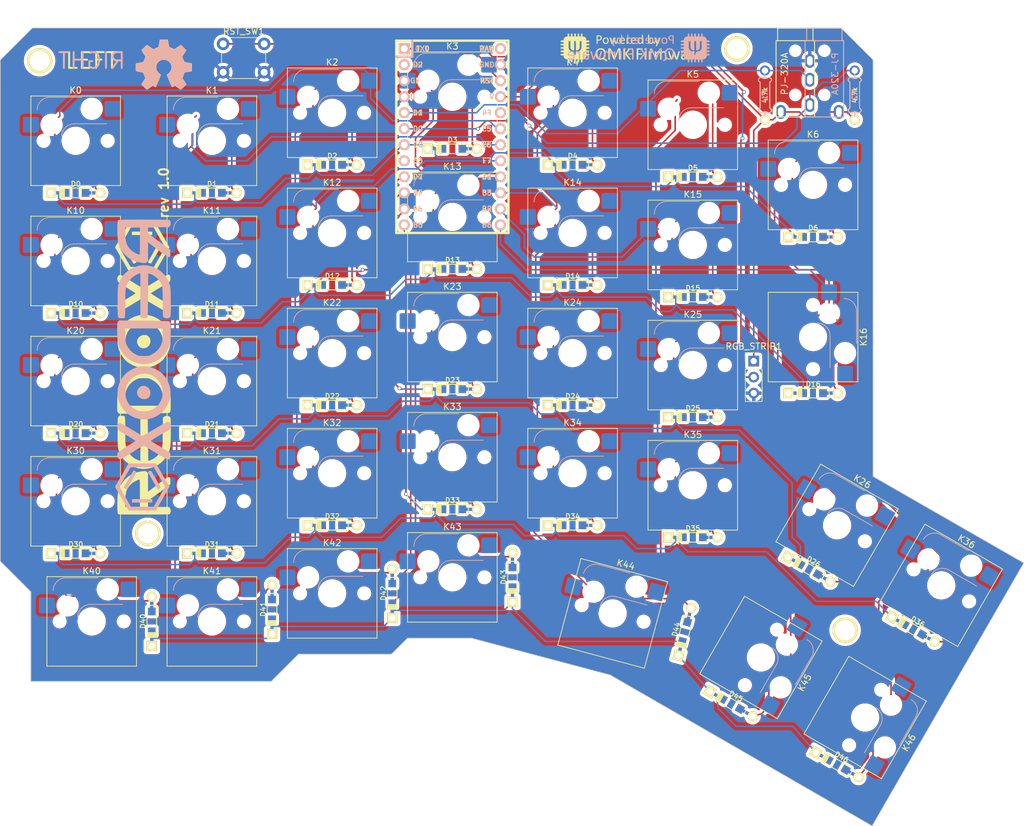
<source format=kicad_pcb>
(kicad_pcb (version 20221018) (generator pcbnew)
  (title_block (title "Redox keyboard PCB") (date "2018-05-05") (rev "1.0") (comment 1 "designed by Mattia Dal Ben (aka u/TiaMaT102)") (comment 2 "https://github.com/mattdibi/redox-keyboard"))
  (layers (0 "F.Cu" signal) (31 "B.Cu" signal) (34 "B.Paste" user) (35 "F.Paste" user) (36 "B.SilkS" user "B.Silkscreen") (37 "F.SilkS" user "F.Silkscreen") (38 "B.Mask" user) (39 "F.Mask" user) (44 "Edge.Cuts" user))
  (net 0 "")
  (net 1 "row0")
  (net 2 "row1")
  (net 3 "row2")
  (net 4 "row3")
  (net 5 "row4")
  (net 6 "col0")
  (net 7 "col1")
  (net 8 "col2")
  (net 9 "col3")
  (net 10 "col4")
  (net 11 "col5")
  (net 12 "col6")
  (net 13 "VCC")
  (net 14 "SDA")
  (net 15 "SCL")
  (net 16 "rgb_data")
  (net 17 "GND")
  (net 18 "RST")
  (net 19 "Net-(D0-A)")
  (net 20 "Net-(D1-A)")
  (net 21 "Net-(D2-A)")
  (net 22 "Net-(D3-A)")
  (net 23 "Net-(D4-A)")
  (net 24 "Net-(D5-A)")
  (net 25 "Net-(D6-A)")
  (net 26 "Net-(D10-A)")
  (net 27 "Net-(D11-A)")
  (net 28 "Net-(D12-A)")
  (net 29 "Net-(D13-A)")
  (net 30 "Net-(D14-A)")
  (net 31 "Net-(D15-A)")
  (net 32 "Net-(D16-A)")
  (net 33 "Net-(D20-A)")
  (net 34 "Net-(D21-A)")
  (net 35 "Net-(D22-A)")
  (net 36 "Net-(D23-A)")
  (net 37 "Net-(D24-A)")
  (net 38 "Net-(D25-A)")
  (net 39 "Net-(D26-A)")
  (net 40 "Net-(D30-A)")
  (net 41 "Net-(D31-A)")
  (net 42 "Net-(D32-A)")
  (net 43 "Net-(D33-A)")
  (net 44 "Net-(D34-A)")
  (net 45 "Net-(D35-A)")
  (net 46 "Net-(D36-A)")
  (net 47 "Net-(D40-A)")
  (net 48 "Net-(D41-A)")
  (net 49 "Net-(D42-A)")
  (net 50 "Net-(D43-A)")
  (net 51 "Net-(D44-A)")
  (net 52 "Net-(D45-A)")
  (net 53 "Net-(D46-A)")
  (footprint "Keebio-Parts:Diode-dual" (layer "F.Cu") (at 91.44 74.93 180)
    (fp_text reference "D0")
    (fp_text value "D" hide)
  )
  (footprint "Keebio-Parts:Diode-dual" (layer "F.Cu") (at 113.03 74.93 180)
    (fp_text reference "D1")
    (fp_text value "D" hide)
  )
  (footprint "Keebio-Parts:Diode-dual" (layer "F.Cu") (at 132.08 70.485 180)
    (fp_text reference "D2")
    (fp_text value "D" hide)
  )
  (footprint "Keebio-Parts:Diode-dual" (layer "F.Cu") (at 151.13 67.945 180)
    (fp_text reference "D3")
    (fp_text value "D" hide)
  )
  (footprint "Keebio-Parts:Diode-dual" (layer "F.Cu") (at 170.18 70.485 180)
    (fp_text reference "D4")
    (fp_text value "D" hide)
  )
  (footprint "Keebio-Parts:Diode-dual" (layer "F.Cu") (at 189.23 72.39 180)
    (fp_text reference "D5")
    (fp_text value "D" hide)
  )
  (footprint "Keebio-Parts:Diode-dual" (layer "F.Cu") (at 208.28 81.915 180)
    (fp_text reference "D6")
    (fp_text value "D" hide)
  )
  (footprint "Keebio-Parts:Diode-dual" (layer "F.Cu") (at 91.44 93.98 180)
    (fp_text reference "D10")
    (fp_text value "D" hide)
  )
  (footprint "Keebio-Parts:Diode-dual" (layer "F.Cu") (at 113.03 93.98 180)
    (fp_text reference "D11")
    (fp_text value "D" hide)
  )
  (footprint "Keebio-Parts:Diode-dual" (layer "F.Cu") (at 132.08 89.535 180)
    (fp_text reference "D12")
    (fp_text value "D" hide)
  )
  (footprint "Keebio-Parts:Diode-dual" (layer "F.Cu") (at 151.13 86.995 180)
    (fp_text reference "D13")
    (fp_text value "D" hide)
  )
  (footprint "Keebio-Parts:Diode-dual" (layer "F.Cu") (at 170.18 89.535 180)
    (fp_text reference "D14")
    (fp_text value "D" hide)
  )
  (footprint "Keebio-Parts:Diode-dual" (layer "F.Cu") (at 189.23 91.44 180)
    (fp_text reference "D15")
    (fp_text value "D" hide)
  )
  (footprint "Keebio-Parts:Diode-dual" (layer "F.Cu") (at 208.28 106.68 180)
    (fp_text reference "D16")
    (fp_text value "D" hide)
  )
  (footprint "Keebio-Parts:Diode-dual" (layer "F.Cu") (at 91.44 113.03 180)
    (fp_text reference "D20")
    (fp_text value "D" hide)
  )
  (footprint "Keebio-Parts:Diode-dual" (layer "F.Cu") (at 113.03 113.03 180)
    (fp_text reference "D21")
    (fp_text value "D" hide)
  )
  (footprint "Keebio-Parts:Diode-dual" (layer "F.Cu") (at 132.08 108.585 180)
    (fp_text reference "D22")
    (fp_text value "D" hide)
  )
  (footprint "Keebio-Parts:Diode-dual" (layer "F.Cu") (at 151.13 106.045 180)
    (fp_text reference "D23")
    (fp_text value "D" hide)
  )
  (footprint "Keebio-Parts:Diode-dual" (layer "F.Cu") (at 170.18 108.585 180)
    (fp_text reference "D24")
    (fp_text value "D" hide)
  )
  (footprint "Keebio-Parts:Diode-dual" (layer "F.Cu") (at 189.23 110.49 180)
    (fp_text reference "D25")
    (fp_text value "D" hide)
  )
  (footprint "Keebio-Parts:Diode-dual" (layer "F.Cu") (at 207.645 134.62 150)
    (fp_text reference "D26")
    (fp_text value "D" hide)
  )
  (footprint "Keebio-Parts:Diode-dual" (layer "F.Cu") (at 91.44 132.08 180)
    (fp_text reference "D30")
    (fp_text value "D" hide)
  )
  (footprint "Keebio-Parts:Diode-dual" (layer "F.Cu") (at 113.03 132.08 180)
    (fp_text reference "D31")
    (fp_text value "D" hide)
  )
  (footprint "Keebio-Parts:Diode-dual" (layer "F.Cu") (at 132.08 127.635 180)
    (fp_text reference "D32")
    (fp_text value "D" hide)
  )
  (footprint "Keebio-Parts:Diode-dual" (layer "F.Cu") (at 151.13 125.095 180)
    (fp_text reference "D33")
    (fp_text value "D" hide)
  )
  (footprint "Keebio-Parts:Diode-dual" (layer "F.Cu") (at 170.18 127.635 180)
    (fp_text reference "D34")
    (fp_text value "D" hide)
  )
  (footprint "Keebio-Parts:Diode-dual" (layer "F.Cu") (at 189.23 129.54 180)
    (fp_text reference "D35")
    (fp_text value "D" hide)
  )
  (footprint "Keebio-Parts:Diode-dual" (layer "F.Cu") (at 224.155 144.145 150)
    (fp_text reference "D36")
    (fp_text value "D" hide)
  )
  (footprint "Keebio-Parts:Diode-dual" (layer "F.Cu") (at 103.505 142.875 -90)
    (fp_text reference "D40")
    (fp_text value "D" hide)
  )
  (footprint "Keebio-Parts:Diode-dual" (layer "F.Cu") (at 122.555 140.97 -90)
    (fp_text reference "D41")
    (fp_text value "D" hide)
  )
  (footprint "Keebio-Parts:Diode-dual" (layer "F.Cu") (at 141.605 138.43 -90)
    (fp_text reference "D42")
    (fp_text value "D" hide)
  )
  (footprint "Keebio-Parts:Diode-dual" (layer "F.Cu") (at 160.655 135.89 -90)
    (fp_text reference "D43")
    (fp_text value "D" hide)
  )
  (footprint "Keebio-Parts:Diode-dual" (layer "F.Cu") (at 187.96 144.526 -105)
    (fp_text reference "D44")
    (fp_text value "D" hide)
  )
  (footprint "Keebio-Parts:Diode-dual" (layer "F.Cu") (at 195.326 155.956 150)
    (fp_text reference "D45")
    (fp_text value "D" hide)
  )
  (footprint "Keebio-Parts:Diode-dual" (layer "F.Cu") (at 212.09 165.608 150)
    (fp_text reference "D46")
    (fp_text value "D" hide)
  )
  (footprint "redox_footprints:SW_Hotswap_Kailh_MX_1.25u" (layer "F.Cu") (at 91.44 66.675)
    (fp_text reference "K0")
    (fp_text value "KEYSW")
  )
  (footprint "redox_footprints:SW_Hotswap_Kailh_MX_1.00u" (layer "F.Cu") (at 113.03 66.675)
    (fp_text reference "K1")
    (fp_text value "KEYSW")
  )
  (footprint "redox_footprints:SW_Hotswap_Kailh_MX_1.00u" (layer "F.Cu") (at 132.08 62.23)
    (fp_text reference "K2")
    (fp_text value "KEYSW")
  )
  (footprint "redox_footprints:SW_Hotswap_Kailh_MX_1.00u" (layer "F.Cu") (at 151.13 59.69)
    (fp_text reference "K3")
    (fp_text value "KEYSW")
  )
  (footprint "redox_footprints:SW_Hotswap_Kailh_MX_1.00u" (layer "F.Cu") (at 170.18 62.23)
    (fp_text reference "K4")
    (fp_text value "KEYSW")
  )
  (footprint "redox_footprints:SW_Hotswap_Kailh_MX_1.00u" (layer "F.Cu") (at 189.23 64.135)
    (fp_text reference "K5")
    (fp_text value "KEYSW")
  )
  (footprint "redox_footprints:SW_Hotswap_Kailh_MX_1.00u" (layer "F.Cu") (at 208.28 73.66)
    (fp_text reference "K6")
    (fp_text value "KEYSW")
  )
  (footprint "redox_footprints:SW_Hotswap_Kailh_MX_1.25u" (layer "F.Cu") (at 91.44 85.725)
    (fp_text reference "K10")
    (fp_text value "KEYSW")
  )
  (footprint "redox_footprints:SW_Hotswap_Kailh_MX_1.00u" (layer "F.Cu") (at 113.03 85.725)
    (fp_text reference "K11")
    (fp_text value "KEYSW")
  )
  (footprint "redox_footprints:SW_Hotswap_Kailh_MX_1.00u" (layer "F.Cu") (at 132.08 81.28)
    (fp_text reference "K12")
    (fp_text value "KEYSW")
  )
  (footprint "redox_footprints:SW_Hotswap_Kailh_MX_1.00u" (layer "F.Cu") (at 151.13 78.74)
    (fp_text reference "K13")
    (fp_text value "KEYSW")
  )
  (footprint "redox_footprints:SW_Hotswap_Kailh_MX_1.00u" (layer "F.Cu") (at 170.18 81.28)
    (fp_text reference "K14")
    (fp_text value "KEYSW")
  )
  (footprint "redox_footprints:SW_Hotswap_Kailh_MX_1.00u" (layer "F.Cu") (at 189.23 83.185)
    (fp_text reference "K15")
    (fp_text value "KEYSW")
  )
  (footprint "redox_footprints:SW_Hotswap_Kailh_MX_1.50u" (layer "F.Cu") (at 208.28 97.79 -90)
    (fp_text reference "K16")
    (fp_text value "KEYSW")
  )
  (footprint "redox_footprints:SW_Hotswap_Kailh_MX_1.25u" (layer "F.Cu") (at 91.44 104.775)
    (fp_text reference "K20")
    (fp_text value "KEYSW")
  )
  (footprint "redox_footprints:SW_Hotswap_Kailh_MX_1.00u" (layer "F.Cu") (at 113.03 104.775)
    (fp_text reference "K21")
    (fp_text value "KEYSW")
  )
  (footprint "redox_footprints:SW_Hotswap_Kailh_MX_1.00u" (layer "F.Cu") (at 132.08 100.33)
    (fp_text reference "K22")
    (fp_text value "KEYSW")
  )
  (footprint "redox_footprints:SW_Hotswap_Kailh_MX_1.00u" (layer "F.Cu") (at 151.13 97.79)
    (fp_text reference "K23")
    (fp_text value "KEYSW")
  )
  (footprint "redox_footprints:SW_Hotswap_Kailh_MX_1.00u" (layer "F.Cu") (at 170.18 100.33)
    (fp_text reference "K24")
    (fp_text value "KEYSW")
  )
  (footprint "redox_footprints:SW_Hotswap_Kailh_MX_1.00u" (layer "F.Cu") (at 189.23 102.235)
    (fp_text reference "K25")
    (fp_text value "KEYSW")
  )
  (footprint "redox_footprints:SW_Hotswap_Kailh_MX_1.00u" (layer "F.Cu") (at 212.09 127.635 -30)
    (fp_text reference "K26")
    (fp_text value "KEYSW")
  )
  (footprint "redox_footprints:SW_Hotswap_Kailh_MX_1.25u" (layer "F.Cu") (at 91.44 123.825)
    (fp_text reference "K30")
    (fp_text value "KEYSW")
  )
  (footprint "redox_footprints:SW_Hotswap_Kailh_MX_1.00u" (layer "F.Cu") (at 113.03 123.825)
    (fp_text reference "K31")
    (fp_text value "KEYSW")
  )
  (footprint "redox_footprints:SW_Hotswap_Kailh_MX_1.00u" (layer "F.Cu") (at 132.08 119.38)
    (fp_text reference "K32")
    (fp_text value "KEYSW")
  )
  (footprint "redox_footprints:SW_Hotswap_Kailh_MX_1.00u" (layer "F.Cu") (at 151.13 116.84)
    (fp_text reference "K33")
    (fp_text value "KEYSW")
  )
  (footprint "redox_footprints:SW_Hotswap_Kailh_MX_1.00u" (layer "F.Cu") (at 170.18 119.38)
    (fp_text reference "K34")
    (fp_text value "KEYSW")
  )
  (footprint "redox_footprints:SW_Hotswap_Kailh_MX_1.00u" (layer "F.Cu") (at 189.23 121.285)
    (fp_text reference "K35")
    (fp_text value "KEYSW")
  )
  (footprint "redox_footprints:SW_Hotswap_Kailh_MX_1.00u" (layer "F.Cu") (at 228.6 137.16 -30)
    (fp_text reference "K36")
    (fp_text value "KEYSW")
  )
  (footprint "redox_footprints:SW_Hotswap_Kailh_MX_1.00u" (layer "F.Cu") (at 93.98 142.875)
    (fp_text reference "K40")
    (fp_text value "KEYSW")
  )
  (footprint "redox_footprints:SW_Hotswap_Kailh_MX_1.00u" (layer "F.Cu") (at 113.03 142.875)
    (fp_text reference "K41")
    (fp_text value "KEYSW")
  )
  (footprint "redox_footprints:SW_Hotswap_Kailh_MX_1.00u" (layer "F.Cu") (at 132.08 138.43)
    (fp_text reference "K42")
    (fp_text value "KEYSW")
  )
  (footprint "redox_footprints:SW_Hotswap_Kailh_MX_1.00u" (layer "F.Cu") (at 151.13 135.89)
    (fp_text reference "K43")
    (fp_text value "KEYSW")
  )
  (footprint "redox_footprints:SW_Hotswap_Kailh_MX_1.25u" (layer "F.Cu") (at 176.53 141.605 -15)
    (fp_text reference "K44")
    (fp_text value "KEYSW")
  )
  (footprint "redox_footprints:SW_Hotswap_Kailh_MX_1.50u" (layer "F.Cu") (at 200.025 148.59 -120)
    (fp_text reference "K45")
    (fp_text value "KEYSW")
  )
  (footprint "redox_footprints:SW_Hotswap_Kailh_MX_1.50u" (layer "F.Cu") (at 216.535 158.115 -120)
    (fp_text reference "K46")
    (fp_text value "KEYSW")
  )
  (footprint "Keebio-Parts:Resistor-Compact" (layer "F.Cu") (at 200.66 59.436 90)
    (fp_text reference "R1")
    (fp_text value "4.7k")
  )
  (footprint "Keebio-Parts:Resistor-Compact" (layer "F.Cu") (at 214.884 59.436 90)
    (fp_text reference "R2")
    (fp_text value "4.7k")
  )
  (footprint "redox_footprints:Pin_Header_Straight_1x03_Pitch2.54mm" (layer "F.Cu") (at 198.882 101.6)
    (fp_text reference "RGB_STRIP1")
    (fp_text value "Conn_01x03")
  )
  (footprint "redox_footprints:SW_PUSH_6mm_h4.3mm" (layer "F.Cu") (at 114.808 51.308)
    (fp_text reference "RST_SW1")
    (fp_text value "SW_PUSH")
  )
  (footprint "Keebio-Parts:TRRS-PJ-320A-dual" (layer "F.Cu") (at 207.772 50.8)
    (fp_text reference "TRRS1")
    (fp_text value "Audio-Jack-4")
  )
  (footprint "Keebio-Parts:ArduinoProMicro" (layer "F.Cu") (at 151.13 66.04 -90)
    (fp_text reference "U1" hide)
    (fp_text value "ProMicro" hide)
  )
  (footprint "keyboard_parts:HOLE_M3" (layer "F.Cu") (at 213.36 144.272)
    (fp_text reference "HOLE_M3" hide)
    (fp_text value "VAL**" hide)
  )
  (footprint "keyboard_parts:HOLE_M3" (layer "F.Cu") (at 85.725 53.975)
    (fp_text reference "HOLE_M3" hide)
    (fp_text value "VAL**" hide)
  )
  (footprint "keyboard_parts:HOLE_M3" (layer "F.Cu") (at 102.87 128.905)
    (fp_text reference "HOLE_M3" hide)
    (fp_text value "VAL**" hide)
  )
  (footprint "keyboard_parts:HOLE_M3" (layer "F.Cu") (at 196.215 52.07)
    (fp_text reference "HOLE_M3" hide)
    (fp_text value "VAL**" hide)
  )
  (footprint "Symbols:OSHW-Symbol_8.9x8mm_SilkScreen" (layer "F.Cu") (at 105.41 54.61)
    (fp_text reference "REF***" hide)
    (fp_text value "OSHW-Logo2_14.6x12mm_SilkScreen" hide)
  )
  (footprint "myparts:redox-logo" (layer "F.Cu") (at 102.235 102.87 90)
    (fp_text reference "G***" hide)
    (fp_text value "LOGO" hide)
  )
  (footprint "myparts:qmk-badge" (layer "F.Cu") (at 179.578 51.943)
    (fp_text reference "G***" hide)
    (fp_text value "LOGO" hide)
  )
  (footprint "Symbols:OSHW-Symbol_8.9x8mm_SilkScreen" (layer "B.Cu") (at 105.41 54.61 180)
    (fp_text reference "REF***" hide)
    (fp_text value "OSHW-Logo2_14.6x12mm_SilkScreen" hide)
  )
  (footprint "myparts:redox-logo" (layer "B.Cu") (at 102.235 102.235 -90)
    (fp_text reference "G***" hide)
    (fp_text value "LOGO" hide)
  )
  (footprint "myparts:qmk-badge" (layer "B.Cu") (at 180.594 51.943 180)
    (fp_text reference "G***" hide)
    (fp_text value "LOGO" hide)
  )
  (gr_line (start 212.725 48.768) (end 84.582 48.768) (stroke (width 0.1)) (layer "Edge.Cuts"))
  (gr_line (start 126.746 148.082) (end 141.478 148.082) (stroke (width 0.1)) (layer "Edge.Cuts"))
  (gr_line (start 217.805 53.848) (end 212.725 48.768) (stroke (width 0.1)) (layer "Edge.Cuts"))
  (gr_line (start 217.805 64.008) (end 217.805 119.888) (stroke (width 0.1)) (layer "Edge.Cuts"))
  (gr_line (start 217.805 119.888) (end 241.681 133.604) (stroke (width 0.1)) (layer "Edge.Cuts"))
  (gr_line (start 154.178 145.542) (end 144.018 145.542) (stroke (width 0.1)) (layer "Edge.Cuts"))
  (gr_line (start 176.149 151.384) (end 154.178 145.542) (stroke (width 0.1)) (layer "Edge.Cuts"))
  (gr_line (start 122.428 152.4) (end 126.746 148.082) (stroke (width 0.1)) (layer "Edge.Cuts"))
  (gr_line (start 217.551 175.26) (end 176.149 151.384) (stroke (width 0.1)) (layer "Edge.Cuts"))
  (gr_line (start 217.551 175.26) (end 217.678 175.26) (stroke (width 0.1)) (layer "Edge.Cuts"))
  (gr_line (start 79.502 57.15) (end 79.502 133.35) (stroke (width 0.1)) (layer "Edge.Cuts"))
  (gr_line (start 79.502 53.848) (end 84.582 48.768) (stroke (width 0.1)) (layer "Edge.Cuts"))
  (gr_line (start 79.502 133.35) (end 84.328 138.176) (stroke (width 0.1)) (layer "Edge.Cuts"))
  (gr_line (start 141.478 148.082) (end 144.018 145.542) (stroke (width 0.1)) (layer "Edge.Cuts"))
  (gr_line (start 217.678 175.26) (end 241.681 133.604) (stroke (width 0.1)) (layer "Edge.Cuts"))
  (gr_line (start 79.502 53.848) (end 79.502 57.15) (stroke (width 0.1)) (layer "Edge.Cuts"))
  (gr_line (start 84.328 138.176) (end 84.328 152.4) (stroke (width 0.1)) (layer "Edge.Cuts"))
  (gr_line (start 217.805 53.848) (end 217.805 64.008) (stroke (width 0.1)) (layer "Edge.Cuts"))
  (gr_line (start 84.328 152.4) (end 122.428 152.4) (stroke (width 0.1)) (layer "Edge.Cuts"))
  (gr_text "RIGHT" (at 93.98 53.975) (layer "B.SilkS") (effects (font (size 2.5 2.5) (thickness 0.3)) (justify mirror)))
  (gr_text "rev 1.0" (at 105.41 74.93 90) (layer "F.SilkS") (effects (font (size 1.5 1.5) (thickness 0.3))))
  (gr_text "LEFT" (at 93.98 53.975) (layer "F.SilkS") (effects (font (size 2.5 2.5) (thickness 0.3))))
  (segment (start 88.74 75.786) (end 89.662 76.708) (width 0.25) (layer "B.Cu") (net 1))
  (segment (start 89.662 76.708) (end 109.728 76.708) (width 0.25) (layer "B.Cu") (net 1))
  (segment (start 109.728 76.708) (end 110.33 76.106) (width 0.25) (layer "B.Cu") (net 1))
  (segment (start 110.33 76.106) (end 110.744 76.52) (width 0.25) (layer "B.Cu") (net 1))
  (segment (start 110.744 76.52) (end 120.838 76.52) (width 0.25) (layer "B.Cu") (net 1))
  (segment (start 120.838 76.52) (end 124.714 72.644) (width 0.25) (layer "B.Cu") (net 1))
  (segment (start 124.714 72.644) (end 128.27 72.644) (width 0.25) (layer "B.Cu") (net 1))
  (segment (start 128.27 72.644) (end 129.38 71.534) (width 0.25) (layer "B.Cu") (net 1))
  (segment (start 129.38 71.534) (end 129.38 70.485) (width 0.25) (layer "B.Cu") (net 1))
  (segment (start 129.38 71.214) (end 130.302 72.136) (width 0.25) (layer "B.Cu") (net 1))
  (segment (start 130.302 72.136) (end 138.43 72.136) (width 0.25) (layer "B.Cu") (net 1))
  (segment (start 138.43 72.136) (end 143.256 67.31) (width 0.25) (layer "B.Cu") (net 1))
  (segment (start 143.256 67.31) (end 143.51 67.31) (width 0.25) (layer "B.Cu") (net 1))
  (segment (start 147.795 67.31) (end 148.43 67.945) (width 0.25) (layer "B.Cu") (net 1))
  (segment (start 148.43 68.928) (end 148.844 69.342) (width 0.25) (layer "B.Cu") (net 1))
  (segment (start 148.844 69.342) (end 156.972 69.342) (width 0.25) (layer "B.Cu") (net 1))
  (segment (start 156.972 69.342) (end 157.734 68.58) (width 0.25) (layer "B.Cu") (net 1))
  (segment (start 157.734 68.58) (end 165.575 68.58) (width 0.25) (layer "B.Cu") (net 1))
  (segment (start 165.575 68.58) (end 167.48 70.485) (width 0.25) (layer "B.Cu") (net 1))
  (segment (start 167.48 71.468) (end 169.926 73.914) (width 0.25) (layer "B.Cu") (net 1))
  (segment (start 169.926 73.914) (end 185.006 73.914) (width 0.25) (layer "B.Cu") (net 1))
  (segment (start 185.006 73.914) (end 186.53 72.39) (width 0.25) (layer "B.Cu") (net 1))
  (segment (start 186.53 72.992) (end 187.452 73.914) (width 0.25) (layer "B.Cu") (net 1))
  (segment (start 187.452 73.914) (end 197.579 73.914) (width 0.25) (layer "B.Cu") (net 1))
  (segment (start 197.579 73.914) (end 205.58 81.915) (width 0.25) (layer "B.Cu") (net 1))
  (segment (start 88.74 74.93) (end 88.74 75.786) (width 0.25) (layer "B.Cu") (net 1))
  (segment (start 143.51 67.31) (end 147.795 67.31) (width 0.25) (layer "B.Cu") (net 1))
  (segment (start 110.33 74.93) (end 110.33 76.106) (width 0.25) (layer "B.Cu") (net 1))
  (segment (start 186.53 72.39) (end 186.53 72.992) (width 0.25) (layer "B.Cu") (net 1))
  (segment (start 148.43 67.945) (end 148.43 68.928) (width 0.25) (layer "B.Cu") (net 1))
  (segment (start 167.48 70.485) (end 167.48 71.468) (width 0.25) (layer "B.Cu") (net 1))
  (segment (start 129.38 70.485) (end 129.38 71.214) (width 0.25) (layer "B.Cu") (net 1))
  (segment (start 143.002 72.39) (end 140.462 74.93) (width 0.25) (layer "F.Cu") (net 2))
  (segment (start 140.462 74.93) (end 140.462 84.836) (width 0.25) (layer "F.Cu") (net 2))
  (segment (start 140.462 84.836) (end 138.176 87.122) (width 0.25) (layer "F.Cu") (net 2))
  (segment (start 138.176 87.122) (end 136.906 87.122) (width 0.25) (layer "F.Cu") (net 2))
  (segment (start 143.51 72.39) (end 143.002 72.39) (width 0.25) (layer "F.Cu") (net 2))
  (via (at 136.906 87.122) (size 0.6) (drill 0.4) (layers "F.Cu" "B.Cu") (net 2))
  (segment (start 88.74 94.836) (end 89.662 95.758) (width 0.25) (layer "B.Cu") (net 2))
  (segment (start 89.662 95.758) (end 109.474 95.758) (width 0.25) (layer "B.Cu") (net 2))
  (segment (start 109.474 95.758) (end 110.33 94.902) (width 0.25) (layer "B.Cu") (net 2))
  (segment (start 110.33 94.902) (end 110.998 95.57) (width 0.25) (layer "B.Cu") (net 2))
  (segment (start 110.998 95.57) (end 120.838 95.57) (width 0.25) (layer "B.Cu") (net 2))
  (segment (start 120.838 95.57) (end 124.206 92.202) (width 0.25) (layer "B.Cu") (net 2))
  (segment (start 124.206 92.202) (end 126.713 92.202) (width 0.25) (layer "B.Cu") (net 2))
  (segment (start 126.713 92.202) (end 129.38 89.535) (width 0.25) (layer "B.Cu") (net 2))
  (segment (start 129.38 90.518) (end 130.048 91.186) (width 0.25) (layer "B.Cu") (net 2))
  (segment (start 130.048 91.186) (end 141.224 91.186) (width 0.25) (layer "B.Cu") (net 2))
  (segment (start 141.224 91.186) (end 143.764 88.646) (width 0.25) (layer "B.Cu") (net 2))
  (segment (start 143.764 88.646) (end 146.779 88.646) (width 0.25) (layer "B.Cu") (net 2))
  (segment (start 146.779 88.646) (end 148.43 86.995) (width 0.25) (layer "B.Cu") (net 2))
  (segment (start 148.43 87.978) (end 148.844 88.392) (width 0.25) (layer "B.Cu") (net 2))
  (segment (start 148.844 88.392) (end 160.528 88.392) (width 0.25) (layer "B.Cu") (net 2))
  (segment (start 160.528 88.392) (end 163.576 91.44) (width 0.25) (layer "B.Cu") (net 2))
  (segment (start 163.576 91.44) (end 166.624 91.44) (width 0.25) (layer "B.Cu") (net 2))
  (segment (start 166.624 91.44) (end 167.48 90.584) (width 0.25) (layer "B.Cu") (net 2))
  (segment (start 167.48 90.584) (end 167.48 89.535) (width 0.25) (layer "B.Cu") (net 2))
  (segment (start 167.48 90.264) (end 168.656 91.44) (width 0.25) (layer "B.Cu") (net 2))
  (segment (start 168.656 91.44) (end 181.864 91.44) (width 0.25) (layer "B.Cu") (net 2))
  (segment (start 181.864 91.44) (end 184.15 93.726) (width 0.25) (layer "B.Cu") (net 2))
  (segment (start 184.15 93.726) (end 185.674 93.726) (width 0.25) (layer "B.Cu") (net 2))
  (segment (start 185.674 93.726) (end 186.53 92.87) (width 0.25) (layer "B.Cu") (net 2))
  (segment (start 186.53 92.87) (end 186.53 91.44) (width 0.25) (layer "B.Cu") (net 2))
  (segment (start 186.53 92.616) (end 187.386 93.472) (width 0.25) (layer "B.Cu") (net 2))
  (segment (start 187.386 93.472) (end 195.58 93.472) (width 0.25) (layer "B.Cu") (net 2))
  (segment (start 195.58 93.472) (end 206.705 104.597) (width 0.25) (layer "B.Cu") (net 2))
  (segment (start 206.705 104.597) (end 206.705 106.68) (width 0.25) (layer "B.Cu") (net 2))
  (segment (start 136.906 87.122) (end 136.652 87.376) (width 0.25) (layer "B.Cu") (net 2))
  (segment (start 136.652 87.376) (end 131.539 87.376) (width 0.25) (layer "B.Cu") (net 2))
  (segment (start 131.539 87.376) (end 129.38 89.535) (width 0.25) (layer "B.Cu") (net 2))
  (segment (start 167.48 89.535) (end 167.48 90.264) (width 0.25) (layer "B.Cu") (net 2))
  (segment (start 88.74 93.98) (end 88.74 94.836) (width 0.25) (layer "B.Cu") (net 2))
  (segment (start 148.43 86.995) (end 148.43 87.978) (width 0.25) (layer "B.Cu") (net 2))
  (segment (start 129.38 89.535) (end 129.38 90.518) (width 0.25) (layer "B.Cu") (net 2))
  (segment (start 110.33 93.98) (end 110.33 94.902) (width 0.25) (layer "B.Cu") (net 2))
  (segment (start 186.53 91.44) (end 186.53 92.616) (width 0.25) (layer "B.Cu") (net 2))
  (segment (start 143.002 74.93) (end 141.224 76.708) (width 0.25) (layer "F.Cu") (net 3))
  (segment (start 141.224 76.708) (end 141.224 104.394) (width 0.25) (layer "F.Cu") (net 3))
  (segment (start 141.224 104.394) (end 142.748 105.918) (width 0.25) (layer "F.Cu") (net 3))
  (segment (start 143.51 74.93) (end 143.002 74.93) (width 0.25) (layer "F.Cu") (net 3))
  (via (at 142.748 105.918) (size 0.6) (drill 0.4) (layers "F.Cu" "B.Cu") (net 3))
  (segment (start 88.74 113.886) (end 89.916 115.062) (width 0.25) (layer "B.Cu") (net 3))
  (segment (start 89.916 115.062) (end 109.474 115.062) (width 0.25) (layer "B.Cu") (net 3))
  (segment (start 109.474 115.062) (end 110.33 114.206) (width 0.25) (layer "B.Cu") (net 3))
  (segment (start 110.33 114.206) (end 111.186 115.062) (width 0.25) (layer "B.Cu") (net 3))
  (segment (start 111.186 115.062) (end 119.38 115.062) (width 0.25) (layer "B.Cu") (net 3))
  (segment (start 119.38 115.062) (end 123.698 110.744) (width 0.25) (layer "B.Cu") (net 3))
  (segment (start 123.698 110.744) (end 128.27 110.744) (width 0.25) (layer "B.Cu") (net 3))
  (segment (start 128.27 110.744) (end 129.38 109.634) (width 0.25) (layer "B.Cu") (net 3))
  (segment (start 129.38 109.634) (end 130.048 110.302) (width 0.25) (layer "B.Cu") (net 3))
  (segment (start 130.048 110.302) (end 140.904 110.302) (width 0.25) (layer "B.Cu") (net 3))
  (segment (start 140.904 110.302) (end 143.256 107.95) (width 0.25) (layer "B.Cu") (net 3))
  (segment (start 143.256 107.95) (end 147.574 107.95) (width 0.25) (layer "B.Cu") (net 3))
  (segment (start 147.574 107.95) (end 148.43 107.094) (width 0.25) (layer "B.Cu") (net 3))
  (segment (start 148.43 107.094) (end 148.43 106.045) (width 0.25) (layer "B.Cu") (net 3))
  (segment (start 148.43 107.028) (end 149.606 108.204) (width 0.25) (layer "B.Cu") (net 3))
  (segment (start 149.606 108.204) (end 163.322 108.204) (width 0.25) (layer "B.Cu") (net 3))
  (segment (start 163.322 108.204) (end 165.1 109.982) (width 0.25) (layer "B.Cu") (net 3))
  (segment (start 165.1 109.982) (end 167.132 109.982) (width 0.25) (layer "B.Cu") (net 3))
  (segment (start 167.132 109.982) (end 167.48 109.634) (width 0.25) (layer "B.Cu") (net 3))
  (segment (start 167.48 109.634) (end 167.48 108.585) (width 0.25) (layer "B.Cu") (net 3))
  (segment (start 167.48 109.314) (end 170.434 112.268) (width 0.25) (layer "B.Cu") (net 3))
  (segment (start 170.434 112.268) (end 185.674 112.268) (width 0.25) (layer "B.Cu") (net 3))
  (segment (start 185.674 112.268) (end 186.53 111.412) (width 0.25) (layer "B.Cu") (net 3))
  (segment (start 186.53 111.412) (end 186.53 110.49) (width 0.25) (layer "B.Cu") (net 3))
  (segment (start 186.53 111.346) (end 187.706 112.522) (width 0.25) (layer "B.Cu") (net 3))
  (segment (start 187.706 112.522) (end 196.596 112.522) (width 0.25) (layer "B.Cu") (net 3))
  (segment (start 196.596 112.522) (end 204.978 120.904) (width 0.25) (layer "B.Cu") (net 3))
  (segment (start 204.978 120.904) (end 204.978 129.54) (width 0.25) (layer "B.Cu") (net 3))
  (segment (start 204.978 129.54) (end 206.28101 130.84301) (width 0.25) (layer "B.Cu") (net 3))
  (segment (start 206.28101 130.84301) (end 206.28101 133.8325) (width 0.25) (layer "B.Cu") (net 3))
  (segment (start 142.748 105.918) (end 142.875 106.045) (width 0.25) (layer "B.Cu") (net 3))
  (segment (start 142.875 106.045) (end 147.23 106.045) (width 0.25) (layer "B.Cu") (net 3))
  (segment (start 147.23 106.045) (end 148.43 106.045) (width 0.25) (layer "B.Cu") (net 3))
  (segment (start 110.33 113.03) (end 110.33 114.206) (width 0.25) (layer "B.Cu") (net 3))
  (segment (start 167.48 108.585) (end 167.48 109.314) (width 0.25) (layer "B.Cu") (net 3))
  (segment (start 148.43 106.045) (end 148.43 107.028) (width 0.25) (layer "B.Cu") (net 3))
  (segment (start 129.38 108.585) (end 129.38 109.634) (width 0.25) (layer "B.Cu") (net 3))
  (segment (start 88.74 113.03) (end 88.74 113.886) (width 0.25) (layer "B.Cu") (net 3))
  (segment (start 186.53 110.49) (end 186.53 111.346) (width 0.25) (layer "B.Cu") (net 3))
  (segment (start 143.51 77.724) (end 141.986 79.248) (width 0.25) (layer "F.Cu") (net 4))
  (segment (start 141.986 79.248) (end 141.986 82.042) (width 0.25) (layer "F.Cu") (net 4))
  (segment (start 141.986 82.042) (end 143.764 83.82) (width 0.25) (layer "F.Cu") (net 4))
  (segment (start 143.764 83.82) (end 143.764 122.682) (width 0.25) (layer "F.Cu") (net 4))
  (segment (start 143.51 77.47) (end 143.51 77.724) (width 0.25) (layer "F.Cu") (net 4))
  (via (at 143.764 122.682) (size 0.6) (drill 0.4) (layers "F.Cu" "B.Cu") (net 4))
  (segment (start 88.74 133.19) (end 89.408 133.858) (width 0.25) (layer "B.Cu") (net 4))
  (segment (start 89.408 133.858) (end 109.474 133.858) (width 0.25) (layer "B.Cu") (net 4))
  (segment (start 109.474 133.858) (end 110.33 133.002) (width 0.25) (layer "B.Cu") (net 4))
  (segment (start 110.33 133.002) (end 110.33 132.08) (width 0.25) (layer "B.Cu") (net 4))
  (segment (start 110.33 132.936) (end 110.998 133.604) (width 0.25) (layer "B.Cu") (net 4))
  (segment (start 110.998 133.604) (end 121.412 133.604) (width 0.25) (layer "B.Cu") (net 4))
  (segment (start 121.412 133.604) (end 125.476 129.54) (width 0.25) (layer "B.Cu") (net 4))
  (segment (start 125.476 129.54) (end 128.27 129.54) (width 0.25) (layer "B.Cu") (net 4))
  (segment (start 128.27 129.54) (end 129.38 128.43) (width 0.25) (layer "B.Cu") (net 4))
  (segment (start 129.38 128.43) (end 129.38 127.635) (width 0.25) (layer "B.Cu") (net 4))
  (segment (start 129.38 128.364) (end 130.556 129.54) (width 0.25) (layer "B.Cu") (net 4))
  (segment (start 130.556 129.54) (end 139.954 129.54) (width 0.25) (layer "B.Cu") (net 4))
  (segment (start 139.954 129.54) (end 143.002 126.492) (width 0.25) (layer "B.Cu") (net 4))
  (segment (start 143.002 126.492) (end 147.828 126.492) (width 0.25) (layer "B.Cu") (net 4))
  (segment (start 147.828 126.492) (end 148.43 125.89) (width 0.25) (layer "B.Cu") (net 4))
  (segment (start 148.43 125.89) (end 148.43 125.095) (width 0.25) (layer "B.Cu") (net 4))
  (segment (start 148.43 125.824) (end 150.114 127.508) (width 0.25) (layer "B.Cu") (net 4))
  (segment (start 150.114 127.508) (end 160.782 127.508) (width 0.25) (layer "B.Cu") (net 4))
  (segment (start 160.782 127.508) (end 162.56 129.286) (width 0.25) (layer "B.Cu") (net 4))
  (segment (start 162.56 129.286) (end 166.878 129.286) (width 0.25) (layer "B.Cu") (net 4))
  (segment (start 166.878 129.286) (end 167.48 128.684) (width 0.25) (layer "B.Cu") (net 4))
  (segment (start 167.48 128.684) (end 167.48 127.635) (width 0.25) (layer "B.Cu") (net 4))
  (segment (start 167.48 128.618) (end 168.148 129.286) (width 0.25) (layer "B.Cu") (net 4))
  (segment (start 168.148 129.286) (end 178.308 129.286) (width 0.25) (layer "B.Cu") (net 4))
  (segment (start 178.308 129.286) (end 180.34 131.318) (width 0.25) (layer "B.Cu") (net 4))
  (segment (start 180.34 131.318) (end 185.42 131.318) (width 0.25) (layer "B.Cu") (net 4))
  (segment (start 185.42 131.318) (end 186.53 130.208) (width 0.25) (layer "B.Cu") (net 4))
  (segment (start 186.53 130.208) (end 186.53 129.54) (width 0.25) (layer "B.Cu") (net 4))
  (segment (start 186.53 129.888) (end 188.468 131.826) (width 0.25) (layer "B.Cu") (net 4))
  (segment (start 188.468 131.826) (end 200.914 131.826) (width 0.25) (layer "B.Cu") (net 4))
  (segment (start 200.914 131.826) (end 208.788 139.7) (width 0.25) (layer "B.Cu") (net 4))
  (segment (start 208.788 139.7) (end 218.282501 139.7) (width 0.25) (layer "B.Cu") (net 4))
  (segment (start 218.282501 139.7) (end 220.777501 142.195) (width 0.25) (layer "B.Cu") (net 4))
  (segment (start 220.777501 142.195) (end 221.816731 142.795) (width 0.25) (layer "B.Cu") (net 4))
  (segment (start 143.764 122.682) (end 146.177 125.095) (width 0.25) (layer "B.Cu") (net 4))
  (segment (start 146.177 125.095) (end 147.23 125.095) (width 0.25) (layer "B.Cu") (net 4))
  (segment (start 147.23 125.095) (end 148.43 125.095) (width 0.25) (layer "B.Cu") (net 4))
  (segment (start 110.33 132.08) (end 110.33 132.936) (width 0.25) (layer "B.Cu") (net 4))
  (segment (start 129.38 127.635) (end 129.38 128.364) (width 0.25) (layer "B.Cu") (net 4))
  (segment (start 186.53 129.54) (end 186.53 129.888) (width 0.25) (layer "B.Cu") (net 4))
  (segment (start 88.74 132.08) (end 88.74 133.19) (width 0.25) (layer "B.Cu") (net 4))
  (segment (start 167.48 127.635) (end 167.48 128.618) (width 0.25) (layer "B.Cu") (net 4))
  (segment (start 148.43 125.095) (end 148.43 125.824) (width 0.25) (layer "B.Cu") (net 4))
  (segment (start 143.51 82.55) (end 144.526 83.566) (width 0.25) (layer "F.Cu") (net 5))
  (segment (start 144.526 83.566) (end 144.526 134.112) (width 0.25) (layer "F.Cu") (net 5))
  (segment (start 144.526 134.112) (end 143.256 135.382) (width 0.25) (layer "F.Cu") (net 5))
  (segment (start 143.256 135.382) (end 143.256 138.354) (width 0.25) (layer "F.Cu") (net 5))
  (segment (start 143.256 138.354) (end 141.605 140.005) (width 0.25) (layer "F.Cu") (net 5))
  (segment (start 143.51 80.01) (end 143.51 82.55) (width 0.25) (layer "F.Cu") (net 5))
  (segment (start 191.948501 154.006) (end 192.987731 154.606) (width 0.25) (layer "B.Cu") (net 5))
  (segment (start 193.241731 156.665731) (end 196.088 159.512) (width 0.25) (layer "B.Cu") (net 5))
  (segment (start 196.088 159.512) (end 205.074501 159.512) (width 0.25) (layer "B.Cu") (net 5))
  (segment (start 205.074501 159.512) (end 208.712501 163.658) (width 0.25) (layer "B.Cu") (net 5))
  (segment (start 208.712501 163.658) (end 209.751731 164.258) (width 0.25) (layer "B.Cu") (net 5))
  (segment (start 121.85 145.575) (end 122.555 144.87) (width 0.25) (layer "B.Cu") (net 5))
  (segment (start 122.555 144.87) (end 122.555 143.67) (width 0.25) (layer "B.Cu") (net 5))
  (segment (start 140.265 143.67) (end 141.605 142.33) (width 0.25) (layer "B.Cu") (net 5))
  (segment (start 141.605 142.33) (end 141.605 141.13) (width 0.25) (layer "B.Cu") (net 5))
  (segment (start 159.315 141.13) (end 160.655 139.79) (width 0.25) (layer "B.Cu") (net 5))
  (segment (start 160.655 139.79) (end 160.655 138.59) (width 0.25) (layer "B.Cu") (net 5))
  (segment (start 186.950606 148.293111) (end 187.261189 147.134) (width 0.25) (layer "B.Cu") (net 5))
  (segment (start 160.655 140.843) (end 165.859333 146.047333) (width 0.25) (layer "B.Cu") (net 5))
  (segment (start 165.859333 146.047333) (end 187.55236 146.047333) (width 0.25) (layer "B.Cu") (net 5))
  (segment (start 187.261189 148.683688) (end 191.948501 154.006) (width 0.25) (layer "B.Cu") (net 5))
  (segment (start 191.948501 154.006) (end 192.987731 154.606) (width 0.25) (layer "B.Cu") (net 5))
  (segment (start 160.655 138.59) (end 160.655 140.843) (width 0.25) (layer "B.Cu") (net 5))
  (segment (start 103.505 145.575) (end 121.85 145.575) (width 0.25) (layer "B.Cu") (net 5))
  (segment (start 141.605 141.13) (end 159.315 141.13) (width 0.25) (layer "B.Cu") (net 5))
  (segment (start 187.261189 147.134) (end 187.139 147.134) (width 0.25) (layer "B.Cu") (net 5))
  (segment (start 122.555 143.67) (end 140.265 143.67) (width 0.25) (layer "B.Cu") (net 5))
  (segment (start 187.261189 147.134) (end 187.261189 148.683688) (width 0.25) (layer "B.Cu") (net 5))
  (segment (start 192.987731 154.606) (end 193.241731 156.665731) (width 0.25) (layer "B.Cu") (net 5))
  (segment (start 88.94 62.75) (end 88.138 63.552) (width 0.25) (layer "F.Cu") (net 6))
  (segment (start 88.138 63.552) (end 88.138 67.31) (width 0.25) (layer "F.Cu") (net 6))
  (segment (start 88.138 67.31) (end 85.852 69.596) (width 0.25) (layer "F.Cu") (net 6))
  (segment (start 85.852 69.596) (end 85.852 77.867) (width 0.25) (layer "F.Cu") (net 6))
  (segment (start 85.852 77.867) (end 88.92 80.935) (width 0.25) (layer "F.Cu") (net 6))
  (segment (start 88.92 80.935) (end 88.94 81.725) (width 0.25) (layer "F.Cu") (net 6))
  (segment (start 88.94 81.8) (end 88.138 82.602) (width 0.25) (layer "F.Cu") (net 6))
  (segment (start 88.138 82.602) (end 88.138 86.868) (width 0.25) (layer "F.Cu") (net 6))
  (segment (start 88.138 86.868) (end 85.852 89.154) (width 0.25) (layer "F.Cu") (net 6))
  (segment (start 85.852 89.154) (end 85.852 97.687) (width 0.25) (layer "F.Cu") (net 6))
  (segment (start 85.852 97.687) (end 88.94 100.775) (width 0.25) (layer "F.Cu") (net 6))
  (segment (start 88.94 100.85) (end 88.138 101.652) (width 0.25) (layer "F.Cu") (net 6))
  (segment (start 88.138 101.652) (end 88.138 105.41) (width 0.25) (layer "F.Cu") (net 6))
  (segment (start 88.138 105.41) (end 85.852 107.696) (width 0.25) (layer "F.Cu") (net 6))
  (segment (start 85.852 107.696) (end 85.852 115.967) (width 0.25) (layer "F.Cu") (net 6))
  (segment (start 85.852 115.967) (end 88.92 119.035) (width 0.25) (layer "F.Cu") (net 6))
  (segment (start 88.92 119.035) (end 88.94 119.825) (width 0.25) (layer "F.Cu") (net 6))
  (segment (start 88.94 119.9) (end 88.392 120.448) (width 0.25) (layer "F.Cu") (net 6))
  (segment (start 88.392 120.448) (end 88.392 124.714) (width 0.25) (layer "F.Cu") (net 6))
  (segment (start 88.392 124.714) (end 85.852 127.254) (width 0.25) (layer "F.Cu") (net 6))
  (segment (start 85.852 127.254) (end 85.852 134.632) (width 0.25) (layer "F.Cu") (net 6))
  (segment (start 85.852 134.632) (end 90.095 138.875) (width 0.25) (layer "F.Cu") (net 6))
  (segment (start 90.095 138.875) (end 91.48 138.875) (width 0.25) (layer "F.Cu") (net 6))
  (segment (start 88.94 81.725) (end 88.94 81.8) (width 0.25) (layer "F.Cu") (net 6))
  (segment (start 88.94 119.825) (end 88.94 119.9) (width 0.25) (layer "F.Cu") (net 6))
  (segment (start 88.94 62.675) (end 88.94 62.75) (width 0.25) (layer "F.Cu") (net 6))
  (segment (start 88.94 100.775) (end 88.94 100.85) (width 0.25) (layer "F.Cu") (net 6))
  (segment (start 158.242 64.77) (end 156.972 63.5) (width 0.25) (layer "B.Cu") (net 6))
  (segment (start 156.972 63.5) (end 141.732 63.5) (width 0.25) (layer "B.Cu") (net 6))
  (segment (start 141.732 63.5) (end 138.176 59.944) (width 0.25) (layer "B.Cu") (net 6))
  (segment (start 138.176 59.944) (end 138.176 56.388) (width 0.25) (layer "B.Cu") (net 6))
  (segment (start 138.176 56.388) (end 137.16 55.372) (width 0.25) (layer "B.Cu") (net 6))
  (segment (start 137.16 55.372) (end 125.476 55.372) (width 0.25) (layer "B.Cu") (net 6))
  (segment (start 125.476 55.372) (end 122.174 58.674) (width 0.25) (layer "B.Cu") (net 6))
  (segment (start 122.174 58.674) (end 92.131 58.674) (width 0.25) (layer "B.Cu") (net 6))
  (segment (start 92.131 58.674) (end 88.92 61.885) (width 0.25) (layer "B.Cu") (net 6))
  (segment (start 88.92 61.885) (end 88.94 62.675) (width 0.25) (layer "B.Cu") (net 6))
  (segment (start 158.75 64.77) (end 158.242 64.77) (width 0.25) (layer "B.Cu") (net 6))
  (segment (start 110.53 62.75) (end 109.982 63.298) (width 0.25) (layer "F.Cu") (net 7))
  (segment (start 109.982 63.298) (end 109.982 67.31) (width 0.25) (layer "F.Cu") (net 7))
  (segment (start 109.982 67.31) (end 107.442 69.85) (width 0.25) (layer "F.Cu") (net 7))
  (segment (start 107.442 69.85) (end 107.442 78.637) (width 0.25) (layer "F.Cu") (net 7))
  (segment (start 107.442 78.637) (end 110.53 81.725) (width 0.25) (layer "F.Cu") (net 7))
  (segment (start 110.53 81.8) (end 109.728 82.602) (width 0.25) (layer "F.Cu") (net 7))
  (segment (start 109.728 82.602) (end 109.728 86.614) (width 0.25) (layer "F.Cu") (net 7))
  (segment (start 109.728 86.614) (end 107.188 89.154) (width 0.25) (layer "F.Cu") (net 7))
  (segment (start 107.188 89.154) (end 107.188 97.433) (width 0.25) (layer "F.Cu") (net 7))
  (segment (start 107.188 97.433) (end 110.53 100.775) (width 0.25) (layer "F.Cu") (net 7))
  (segment (start 110.53 100.85) (end 109.982 101.398) (width 0.25) (layer "F.Cu") (net 7))
  (segment (start 109.982 101.398) (end 109.982 105.156) (width 0.25) (layer "F.Cu") (net 7))
  (segment (start 109.982 105.156) (end 107.442 107.696) (width 0.25) (layer "F.Cu") (net 7))
  (segment (start 107.442 107.696) (end 107.442 116.737) (width 0.25) (layer "F.Cu") (net 7))
  (segment (start 107.442 116.737) (end 110.53 119.825) (width 0.25) (layer "F.Cu") (net 7))
  (segment (start 110.53 119.9) (end 109.982 120.448) (width 0.25) (layer "F.Cu") (net 7))
  (segment (start 109.982 120.448) (end 109.982 124.714) (width 0.25) (layer "F.Cu") (net 7))
  (segment (start 109.982 124.714) (end 107.188 127.508) (width 0.25) (layer "F.Cu") (net 7))
  (segment (start 107.188 127.508) (end 107.188 135.533) (width 0.25) (layer "F.Cu") (net 7))
  (segment (start 107.188 135.533) (end 110.53 138.875) (width 0.25) (layer "F.Cu") (net 7))
  (segment (start 110.53 119.825) (end 110.53 119.9) (width 0.25) (layer "F.Cu") (net 7))
  (segment (start 110.53 62.675) (end 110.53 62.75) (width 0.25) (layer "F.Cu") (net 7))
  (segment (start 110.53 81.725) (end 110.53 81.8) (width 0.25) (layer "F.Cu") (net 7))
  (segment (start 110.53 100.775) (end 110.53 100.85) (width 0.25) (layer "F.Cu") (net 7))
  (segment (start 156.718 67.31) (end 155.448 66.04) (width 0.25) (layer "B.Cu") (net 7))
  (segment (start 155.448 66.04) (end 122.428 66.04) (width 0.25) (layer "B.Cu") (net 7))
  (segment (start 122.428 66.04) (end 118.618 69.85) (width 0.25) (layer "B.Cu") (net 7))
  (segment (start 118.618 69.85) (end 112.014 69.85) (width 0.25) (layer "B.Cu") (net 7))
  (segment (start 112.014 69.85) (end 109.875 67.711) (width 0.25) (layer "B.Cu") (net 7))
  (segment (start 109.875 67.711) (end 109.875 63.405) (width 0.25) (layer "B.Cu") (net 7))
  (segment (start 109.875 63.405) (end 110.53 62.675) (width 0.25) (layer "B.Cu") (net 7))
  (segment (start 158.75 67.31) (end 156.718 67.31) (width 0.25) (layer "B.Cu") (net 7))
  (segment (start 129.58 58.305) (end 129.032 58.853) (width 0.25) (layer "F.Cu") (net 8))
  (segment (start 129.032 58.853) (end 129.032 62.738) (width 0.25) (layer "F.Cu") (net 8))
  (segment (start 129.032 62.738) (end 126.238 65.532) (width 0.25) (layer "F.Cu") (net 8))
  (segment (start 126.238 65.532) (end 126.238 73.938) (width 0.25) (layer "F.Cu") (net 8))
  (segment (start 126.238 73.938) (end 129.58 77.28) (width 0.25) (layer "F.Cu") (net 8))
  (segment (start 129.58 77.355) (end 129.032 77.903) (width 0.25) (layer "F.Cu") (net 8))
  (segment (start 129.032 77.903) (end 129.032 81.788) (width 0.25) (layer "F.Cu") (net 8))
  (segment (start 129.032 81.788) (end 126.238 84.582) (width 0.25) (layer "F.Cu") (net 8))
  (segment (start 126.238 84.582) (end 126.238 92.988) (width 0.25) (layer "F.Cu") (net 8))
  (segment (start 126.238 92.988) (end 129.58 96.33) (width 0.25) (layer "F.Cu") (net 8))
  (segment (start 129.58 96.405) (end 129.032 96.953) (width 0.25) (layer "F.Cu") (net 8))
  (segment (start 129.032 96.953) (end 129.032 101.092) (width 0.25) (layer "F.Cu") (net 8))
  (segment (start 129.032 101.092) (end 126.492 103.632) (width 0.25) (layer "F.Cu") (net 8))
  (segment (start 126.492 103.632) (end 126.492 112.292) (width 0.25) (layer "F.Cu") (net 8))
  (segment (start 126.492 112.292) (end 129.58 115.38) (width 0.25) (layer "F.Cu") (net 8))
  (segment (start 129.58 115.455) (end 129.032 116.003) (width 0.25) (layer "F.Cu") (net 8))
  (segment (start 129.032 116.003) (end 129.032 119.888) (width 0.25) (layer "F.Cu") (net 8))
  (segment (start 129.032 119.888) (end 126.238 122.682) (width 0.25) (layer "F.Cu") (net 8))
  (segment (start 126.238 122.682) (end 126.238 131.088) (width 0.25) (layer "F.Cu") (net 8))
  (segment (start 126.238 131.088) (end 129.58 134.43) (width 0.25) (layer "F.Cu") (net 8))
  (segment (start 129.58 77.28) (end 129.58 77.355) (width 0.25) (layer "F.Cu") (net 8))
  (segment (start 129.58 58.23) (end 129.58 58.305) (width 0.25) (layer "F.Cu") (net 8))
  (segment (start 129.58 96.33) (end 129.58 96.405) (width 0.25) (layer "F.Cu") (net 8))
  (segment (start 129.58 115.38) (end 129.58 115.455) (width 0.25) (layer "F.Cu") (net 8))
  (segment (start 146.812 69.85) (end 145.542 71.12) (width 0.25) (layer "B.Cu") (net 8))
  (segment (start 145.542 71.12) (end 141.478 71.12) (width 0.25) (layer "B.Cu") (net 8))
  (segment (start 141.478 71.12) (end 138.684 73.914) (width 0.25) (layer "B.Cu") (net 8))
  (segment (start 138.684 73.914) (end 132.136 73.914) (width 0.25) (layer "B.Cu") (net 8))
  (segment (start 132.136 73.914) (end 129.56 76.49) (width 0.25) (layer "B.Cu") (net 8))
  (segment (start 129.56 76.49) (end 129.58 77.28) (width 0.25) (layer "B.Cu") (net 8))
  (segment (start 158.75 69.85) (end 146.812 69.85) (width 0.25) (layer "B.Cu") (net 8))
  (segment (start 147.32 58.166) (end 148.082 58.928) (width 0.25) (layer "F.Cu") (net 9))
  (segment (start 148.082 58.928) (end 148.082 63.5) (width 0.25) (layer "F.Cu") (net 9))
  (segment (start 148.082 63.5) (end 145.288 66.294) (width 0.25) (layer "F.Cu") (net 9))
  (segment (start 145.288 66.294) (end 145.288 70.628) (width 0.25) (layer "F.Cu") (net 9))
  (segment (start 145.288 70.628) (end 148.63 73.97) (width 0.25) (layer "F.Cu") (net 9))
  (segment (start 148.63 73.97) (end 148.63 74.74) (width 0.25) (layer "F.Cu") (net 9))
  (segment (start 148.63 74.815) (end 148.082 75.363) (width 0.25) (layer "F.Cu") (net 9))
  (segment (start 148.082 75.363) (end 148.082 79.248) (width 0.25) (layer "F.Cu") (net 9))
  (segment (start 148.082 79.248) (end 145.288 82.042) (width 0.25) (layer "F.Cu") (net 9))
  (segment (start 145.288 82.042) (end 145.288 89.678) (width 0.25) (layer "F.Cu") (net 9))
  (segment (start 145.288 89.678) (end 148.61 93) (width 0.25) (layer "F.Cu") (net 9))
  (segment (start 148.61 93) (end 148.63 93.79) (width 0.25) (layer "F.Cu") (net 9))
  (segment (start 148.63 93.865) (end 147.828 94.667) (width 0.25) (layer "F.Cu") (net 9))
  (segment (start 147.828 94.667) (end 147.828 98.552) (width 0.25) (layer "F.Cu") (net 9))
  (segment (start 147.828 98.552) (end 145.288 101.092) (width 0.25) (layer "F.Cu") (net 9))
  (segment (start 145.288 101.092) (end 145.288 108.728) (width 0.25) (layer "F.Cu") (net 9))
  (segment (start 145.288 108.728) (end 148.61 112.05) (width 0.25) (layer "F.Cu") (net 9))
  (segment (start 148.61 112.05) (end 148.63 112.84) (width 0.25) (layer "F.Cu") (net 9))
  (segment (start 148.63 112.915) (end 147.828 113.717) (width 0.25) (layer "F.Cu") (net 9))
  (segment (start 147.828 113.717) (end 147.828 117.856) (width 0.25) (layer "F.Cu") (net 9))
  (segment (start 147.828 117.856) (end 145.288 120.396) (width 0.25) (layer "F.Cu") (net 9))
  (segment (start 145.288 120.396) (end 145.288 127.778) (width 0.25) (layer "F.Cu") (net 9))
  (segment (start 145.288 127.778) (end 148.61 131.1) (width 0.25) (layer "F.Cu") (net 9))
  (segment (start 148.61 131.1) (end 148.63 131.89) (width 0.25) (layer "F.Cu") (net 9))
  (segment (start 148.63 74.128) (end 150.876 71.882) (width 0.25) (layer "F.Cu") (net 9))
  (segment (start 150.876 71.882) (end 158.242 71.882) (width 0.25) (layer "F.Cu") (net 9))
  (segment (start 158.242 71.882) (end 158.75 72.39) (width 0.25) (layer "F.Cu") (net 9))
  (segment (start 148.63 74.74) (end 148.63 74.815) (width 0.25) (layer "F.Cu") (net 9))
  (segment (start 148.63 74.74) (end 148.63 74.128) (width 0.25) (layer "F.Cu") (net 9))
  (segment (start 148.63 112.84) (end 148.63 112.915) (width 0.25) (layer "F.Cu") (net 9))
  (segment (start 148.63 93.79) (end 148.63 93.865) (width 0.25) (layer "F.Cu") (net 9))
  (segment (start 147.32 57.15) (end 147.32 58.166) (width 0.25) (layer "F.Cu") (net 9))
  (segment (start 167.68 58.305) (end 167.132 58.853) (width 0.25) (layer "F.Cu") (net 10))
  (segment (start 167.132 58.853) (end 167.132 62.992) (width 0.25) (layer "F.Cu") (net 10))
  (segment (start 167.132 62.992) (end 164.592 65.532) (width 0.25) (layer "F.Cu") (net 10))
  (segment (start 164.592 65.532) (end 164.592 73.422) (width 0.25) (layer "F.Cu") (net 10))
  (segment (start 164.592 73.422) (end 167.66 76.49) (width 0.25) (layer "F.Cu") (net 10))
  (segment (start 167.66 76.49) (end 167.68 77.28) (width 0.25) (layer "F.Cu") (net 10))
  (segment (start 167.68 77.355) (end 167.386 77.649) (width 0.25) (layer "F.Cu") (net 10))
  (segment (start 167.386 77.649) (end 167.386 81.788) (width 0.25) (layer "F.Cu") (net 10))
  (segment (start 167.386 81.788) (end 164.338 84.836) (width 0.25) (layer "F.Cu") (net 10))
  (segment (start 164.338 84.836) (end 164.338 92.218) (width 0.25) (layer "F.Cu") (net 10))
  (segment (start 164.338 92.218) (end 167.66 95.54) (width 0.25) (layer "F.Cu") (net 10))
  (segment (start 167.66 95.54) (end 167.68 96.33) (width 0.25) (layer "F.Cu") (net 10))
  (segment (start 167.68 96.405) (end 167.132 96.953) (width 0.25) (layer "F.Cu") (net 10))
  (segment (start 167.132 96.953) (end 167.132 101.6) (width 0.25) (layer "F.Cu") (net 10))
  (segment (start 167.132 101.6) (end 164.592 104.14) (width 0.25) (layer "F.Cu") (net 10))
  (segment (start 164.592 104.14) (end 164.592 111.522) (width 0.25) (layer "F.Cu") (net 10))
  (segment (start 164.592 111.522) (end 167.66 114.59) (width 0.25) (layer "F.Cu") (net 10))
  (segment (start 167.66 114.59) (end 167.68 115.38) (width 0.25) (layer "F.Cu") (net 10))
  (segment (start 167.68 115.455) (end 167.132 116.003) (width 0.25) (layer "F.Cu") (net 10))
  (segment (start 167.132 116.003) (end 167.132 120.142) (width 0.25) (layer "F.Cu") (net 10))
  (segment (start 167.132 120.142) (end 164.084 123.19) (width 0.25) (layer "F.Cu") (net 10))
  (segment (start 164.084 123.19) (end 164.084 128.742225) (width 0.25) (layer "F.Cu") (net 10))
  (segment (start 164.084 128.742225) (end 173.507223 138.165448) (width 0.25) (layer "F.Cu") (net 10))
  (segment (start 167.68 77.28) (end 167.68 77.355) (width 0.25) (layer "F.Cu") (net 10))
  (segment (start 167.68 58.23) (end 167.68 58.305) (width 0.25) (layer "F.Cu") (net 10))
  (segment (start 167.68 96.33) (end 167.68 96.405) (width 0.25) (layer "F.Cu") (net 10))
  (segment (start 167.68 115.38) (end 167.68 115.455) (width 0.25) (layer "F.Cu") (net 10))
  (segment (start 165.33 74.93) (end 167.68 77.28) (width 0.25) (layer "B.Cu") (net 10))
  (segment (start 158.75 74.93) (end 165.33 74.93) (width 0.25) (layer "B.Cu") (net 10))
  (segment (start 186.73 60.21) (end 186.436 60.504) (width 0.25) (layer "F.Cu") (net 11))
  (segment (start 186.436 60.504) (end 186.436 65.024) (width 0.25) (layer "F.Cu") (net 11))
  (segment (start 186.436 65.024) (end 183.388 68.072) (width 0.25) (layer "F.Cu") (net 11))
  (segment (start 183.388 68.072) (end 183.388 75.073) (width 0.25) (layer "F.Cu") (net 11))
  (segment (start 183.388 75.073) (end 186.71 78.395) (width 0.25) (layer "F.Cu") (net 11))
  (segment (start 186.71 78.395) (end 186.73 79.185) (width 0.25) (layer "F.Cu") (net 11))
  (segment (start 186.73 79.26) (end 185.928 80.062) (width 0.25) (layer "F.Cu") (net 11))
  (segment (start 185.928 80.062) (end 185.928 83.82) (width 0.25) (layer "F.Cu") (net 11))
  (segment (start 185.928 83.82) (end 183.388 86.36) (width 0.25) (layer "F.Cu") (net 11))
  (segment (start 183.388 86.36) (end 183.388 94.123) (width 0.25) (layer "F.Cu") (net 11))
  (segment (start 183.388 94.123) (end 186.71 97.445) (width 0.25) (layer "F.Cu") (net 11))
  (segment (start 186.71 97.445) (end 186.73 98.235) (width 0.25) (layer "F.Cu") (net 11))
  (segment (start 186.73 98.31) (end 186.182 98.858) (width 0.25) (layer "F.Cu") (net 11))
  (segment (start 186.182 98.858) (end 186.182 102.87) (width 0.25) (layer "F.Cu") (net 11))
  (segment (start 186.182 102.87) (end 183.642 105.41) (width 0.25) (layer "F.Cu") (net 11))
  (segment (start 183.642 105.41) (end 183.642 114.197) (width 0.25) (layer "F.Cu") (net 11))
  (segment (start 183.642 114.197) (end 186.73 117.285) (width 0.25) (layer "F.Cu") (net 11))
  (segment (start 186.73 117.36) (end 186.182 117.908) (width 0.25) (layer "F.Cu") (net 11))
  (segment (start 186.73 117.36) (end 186.436 117.654) (width 0.25) (layer "F.Cu") (net 11))
  (segment (start 186.436 117.654) (end 186.436 122.174) (width 0.25) (layer "F.Cu") (net 11))
  (segment (start 186.436 122.174) (end 184.15 124.46) (width 0.25) (layer "F.Cu") (net 11))
  (segment (start 184.15 124.46) (end 184.15 132.08) (width 0.25) (layer "F.Cu") (net 11))
  (segment (start 184.15 132.08) (end 191.262 139.192) (width 0.25) (layer "F.Cu") (net 11))
  (segment (start 191.262 139.192) (end 202.184 139.192) (width 0.25) (layer "F.Cu") (net 11))
  (segment (start 202.184 139.192) (end 204.739102 141.747102) (width 0.25) (layer "F.Cu") (net 11))
  (segment (start 204.739102 141.747102) (end 204.739102 148.424936) (width 0.25) (layer "F.Cu") (net 11))
  (segment (start 186.73 60.135) (end 186.73 60.21) (width 0.25) (layer "F.Cu") (net 11))
  (segment (start 186.73 79.185) (end 186.73 79.26) (width 0.25) (layer "F.Cu") (net 11))
  (segment (start 186.73 117.285) (end 186.73 117.36) (width 0.25) (layer "F.Cu") (net 11))
  (segment (start 186.73 98.235) (end 186.73 98.31) (width 0.25) (layer "F.Cu") (net 11))
  (segment (start 158.75 77.724) (end 162.56 81.534) (width 0.25) (layer "B.Cu") (net 11))
  (segment (start 162.56 81.534) (end 162.56 83.566) (width 0.25) (layer "B.Cu") (net 11))
  (segment (start 162.56 83.566) (end 164.084 85.09) (width 0.25) (layer "B.Cu") (net 11))
  (segment (start 164.084 85.09) (end 178.054 85.09) (width 0.25) (layer "B.Cu") (net 11))
  (segment (start 178.054 85.09) (end 182.499 80.645) (width 0.25) (layer "B.Cu") (net 11))
  (segment (start 182.499 80.645) (end 185.42 80.645) (width 0.25) (layer "B.Cu") (net 11))
  (segment (start 158.75 77.47) (end 158.75 77.724) (width 0.25) (layer "B.Cu") (net 11))
  (segment (start 205.78 69.735) (end 204.978 70.537) (width 0.25) (layer "F.Cu") (net 12))
  (segment (start 204.978 70.537) (end 204.978 74.422) (width 0.25) (layer "F.Cu") (net 12))
  (segment (start 204.978 74.422) (end 202.184 77.216) (width 0.25) (layer "F.Cu") (net 12))
  (segment (start 202.184 77.216) (end 202.184 83.312) (width 0.25) (layer "F.Cu") (net 12))
  (segment (start 202.184 83.312) (end 205.994 87.122) (width 0.25) (layer "F.Cu") (net 12))
  (segment (start 205.994 87.122) (end 210.058 87.122) (width 0.25) (layer "F.Cu") (net 12))
  (segment (start 210.058 87.122) (end 210.82 87.884) (width 0.25) (layer "F.Cu") (net 12))
  (segment (start 210.82 87.884) (end 210.82 93.98) (width 0.25) (layer "F.Cu") (net 12))
  (segment (start 209.55 93.98) (end 208.788 94.742) (width 0.25) (layer "F.Cu") (net 12))
  (segment (start 208.788 94.742) (end 204.978 94.742) (width 0.25) (layer "F.Cu") (net 12))
  (segment (start 204.978 94.742) (end 202.692 97.028) (width 0.25) (layer "F.Cu") (net 12))
  (segment (start 202.692 97.028) (end 202.692 113.687962) (width 0.25) (layer "F.Cu") (net 12))
  (segment (start 202.692 113.687962) (end 211.924936 122.920898) (width 0.25) (layer "F.Cu") (net 12))
  (segment (start 226.570443 134.617557) (end 223.266 137.922) (width 0.25) (layer "F.Cu") (net 12))
  (segment (start 223.266 137.922) (end 220.472 137.922) (width 0.25) (layer "F.Cu") (net 12))
  (segment (start 220.472 137.922) (end 218.694 139.7) (width 0.25) (layer "F.Cu") (net 12))
  (segment (start 218.694 139.7) (end 218.694 150.114) (width 0.25) (layer "F.Cu") (net 12))
  (segment (start 218.694 150.114) (end 220.639705 152.059705) (width 0.25) (layer "F.Cu") (net 12))
  (segment (start 220.639705 152.059705) (end 220.639705 156.085443) (width 0.25) (layer "F.Cu") (net 12))
  (segment (start 214.137102 122.920898) (end 214.63 122.428) (width 0.25) (layer "F.Cu") (net 12))
  (segment (start 214.63 122.428) (end 218.44 122.428) (width 0.25) (layer "F.Cu") (net 12))
  (segment (start 218.44 122.428) (end 228.434936 132.422936) (width 0.25) (layer "F.Cu") (net 12))
  (segment (start 228.434936 132.422936) (end 228.434936 132.445898) (width 0.25) (layer "F.Cu") (net 12))
  (segment (start 210.82 93.98) (end 209.55 93.98) (width 0.25) (layer "F.Cu") (net 12))
  (segment (start 226.570443 133.055295) (end 226.570443 134.617557) (width 0.25) (layer "F.Cu") (net 12))
  (segment (start 205.78 69.66) (end 205.78 69.735) (width 0.25) (layer "F.Cu") (net 12))
  (segment (start 211.924936 122.920898) (end 214.137102 122.920898) (width 0.25) (layer "F.Cu") (net 12))
  (segment (start 158.75 83.058) (end 162.814 87.122) (width 0.25) (layer "B.Cu") (net 12))
  (segment (start 162.814 87.122) (end 207.772 87.122) (width 0.25) (layer "B.Cu") (net 12))
  (segment (start 207.772 87.122) (end 211.55 90.9) (width 0.25) (layer "B.Cu") (net 12))
  (segment (start 211.55 90.9) (end 211.55 94.635) (width 0.25) (layer "B.Cu") (net 12))
  (segment (start 211.55 94.635) (end 212.28 95.29) (width 0.25) (layer "B.Cu") (net 12))
  (segment (start 158.75 80.01) (end 158.75 83.058) (width 0.25) (layer "B.Cu") (net 12))
  (segment (start 162.052 59.69) (end 167.64 54.102) (width 0.25) (layer "F.Cu") (net 13))
  (segment (start 167.64 54.102) (end 191.426 54.102) (width 0.25) (layer "F.Cu") (net 13))
  (segment (start 191.426 54.102) (end 200.66 63.336) (width 0.25) (layer "F.Cu") (net 13))
  (segment (start 201.936 63.336) (end 203.172 62.1) (width 0.25) (layer "F.Cu") (net 13))
  (segment (start 206.118 62.1) (end 207.01 62.992) (width 0.25) (layer "F.Cu") (net 13))
  (segment (start 207.01 62.992) (end 208.28 62.992) (width 0.25) (layer "F.Cu") (net 13))
  (segment (start 208.28 62.992) (end 209.172 62.1) (width 0.25) (layer "F.Cu") (net 13))
  (segment (start 209.172 62.1) (end 212.372 62.1) (width 0.25) (layer "F.Cu") (net 13))
  (segment (start 213.648 62.1) (end 214.884 63.336) (width 0.25) (layer "F.Cu") (net 13))
  (segment (start 200.57 63.336) (end 198.882 65.024) (width 0.25) (layer "F.Cu") (net 13))
  (segment (start 198.882 65.024) (end 198.882 101.6) (width 0.25) (layer "F.Cu") (net 13))
  (segment (start 158.75 59.69) (end 162.052 59.69) (width 0.25) (layer "F.Cu") (net 13))
  (segment (start 200.66 63.336) (end 201.936 63.336) (width 0.25) (layer "F.Cu") (net 13))
  (segment (start 203.172 62.1) (end 206.118 62.1) (width 0.25) (layer "F.Cu") (net 13))
  (segment (start 212.372 62.1) (end 213.648 62.1) (width 0.25) (layer "F.Cu") (net 13))
  (segment (start 200.66 63.336) (end 200.57 63.336) (width 0.25) (layer "F.Cu") (net 13))
  (segment (start 154.94 62.23) (end 156.21 60.96) (width 0.25) (layer "B.Cu") (net 14))
  (segment (start 156.21 60.96) (end 161.544 60.96) (width 0.25) (layer "B.Cu") (net 14))
  (segment (start 161.544 60.96) (end 166.116 65.532) (width 0.25) (layer "B.Cu") (net 14))
  (segment (start 166.116 65.532) (end 177.292 65.532) (width 0.25) (layer "B.Cu") (net 14))
  (segment (start 177.292 65.532) (end 187.288 55.536) (width 0.25) (layer "B.Cu") (net 14))
  (segment (start 187.288 55.536) (end 200.66 55.536) (width 0.25) (layer "B.Cu") (net 14))
  (segment (start 206.308 55.536) (end 207.772 57) (width 0.25) (layer "B.Cu") (net 14))
  (segment (start 200.66 55.536) (end 206.308 55.536) (width 0.25) (layer "B.Cu") (net 14))
  (segment (start 143.51 62.23) (end 154.94 62.23) (width 0.25) (layer "B.Cu") (net 14))
  (segment (start 155.194 64.77) (end 156.464 63.5) (width 0.25) (layer "F.Cu") (net 15))
  (segment (start 156.464 63.5) (end 162.56 63.5) (width 0.25) (layer "F.Cu") (net 15))
  (segment (start 162.56 63.5) (end 163.322 64.262) (width 0.25) (layer "F.Cu") (net 15))
  (via (at 155.194 64.77) (size 0.6) (drill 0.4) (layers "F.Cu" "B.Cu") (net 15))
  (via (at 163.322 64.262) (size 0.6) (drill 0.4) (layers "F.Cu" "B.Cu") (net 15))
  (segment (start 163.322 64.262) (end 166.116 67.056) (width 0.25) (layer "B.Cu") (net 15))
  (segment (start 166.116 67.056) (end 203.454 67.056) (width 0.25) (layer "B.Cu") (net 15))
  (segment (start 203.454 67.056) (end 205.74 64.77) (width 0.25) (layer "B.Cu") (net 15))
  (segment (start 205.74 64.77) (end 205.74 63.032) (width 0.25) (layer "B.Cu") (net 15))
  (segment (start 205.74 63.032) (end 207.772 61) (width 0.25) (layer "B.Cu") (net 15))
  (segment (start 207.772 59.436) (end 209.804 57.404) (width 0.25) (layer "B.Cu") (net 15))
  (segment (start 209.804 57.404) (end 211.836 57.404) (width 0.25) (layer "B.Cu") (net 15))
  (segment (start 211.836 57.404) (end 213.704 55.536) (width 0.25) (layer "B.Cu") (net 15))
  (segment (start 213.704 55.536) (end 214.884 55.536) (width 0.25) (layer "B.Cu") (net 15))
  (segment (start 143.51 64.77) (end 155.194 64.77) (width 0.25) (layer "B.Cu") (net 15))
  (segment (start 207.772 61) (end 207.772 59.436) (width 0.25) (layer "B.Cu") (net 15))
  (segment (start 156.21 52.07) (end 157.48 53.34) (width 0.25) (layer "F.Cu") (net 16))
  (segment (start 157.48 53.34) (end 191.77 53.34) (width 0.25) (layer "F.Cu") (net 16))
  (segment (start 191.77 53.34) (end 197.358 58.928) (width 0.25) (layer "F.Cu") (net 16))
  (segment (start 197.104 66.294) (end 196.85 66.548) (width 0.25) (layer "F.Cu") (net 16))
  (segment (start 196.85 66.548) (end 196.85 103.378) (width 0.25) (layer "F.Cu") (net 16))
  (segment (start 196.85 103.378) (end 197.612 104.14) (width 0.25) (layer "F.Cu") (net 16))
  (segment (start 197.612 104.14) (end 198.882 104.14) (width 0.25) (layer "F.Cu") (net 16))
  (segment (start 143.51 52.07) (end 156.21 52.07) (width 0.25) (layer "F.Cu") (net 16))
  (via (at 197.358 58.928) (size 0.6) (drill 0.4) (layers "F.Cu" "B.Cu") (net 16))
  (via (at 197.104 66.294) (size 0.6) (drill 0.4) (layers "F.Cu" "B.Cu") (net 16))
  (segment (start 197.358 58.928) (end 197.104 59.182) (width 0.25) (layer "B.Cu") (net 16))
  (segment (start 197.104 59.182) (end 197.104 66.294) (width 0.25) (layer "B.Cu") (net 16))
  (segment (start 156.718 55.118) (end 156.718 54.61) (width 0.25) (layer "F.Cu") (net 18))
  (segment (start 156.718 54.61) (end 154.94 52.832) (width 0.25) (layer "F.Cu") (net 18))
  (segment (start 154.94 52.832) (end 145.796 52.832) (width 0.25) (layer "F.Cu") (net 18))
  (segment (start 145.796 52.832) (end 145.288 53.34) (width 0.25) (layer "F.Cu") (net 18))
  (segment (start 145.288 53.34) (end 137.16 53.34) (width 0.25) (layer "F.Cu") (net 18))
  (segment (start 137.16 53.34) (end 135.128 51.308) (width 0.25) (layer "F.Cu") (net 18))
  (segment (start 135.128 51.308) (end 121.308 51.308) (width 0.25) (layer "F.Cu") (net 18))
  (segment (start 114.808 51.308) (end 121.308 51.308) (width 0.25) (layer "F.Cu") (net 18))
  (segment (start 158.75 57.15) (end 156.718 55.118) (width 0.25) (layer "F.Cu") (net 18))
  (segment (start 94.595 74.185) (end 95.34 74.93) (width 0.25) (layer "F.Cu") (net 19))
  (segment (start 94.595 63.405) (end 94.595 74.185) (width 0.25) (layer "F.Cu") (net 19))
  (segment (start 116.185 74.185) (end 116.93 74.93) (width 0.25) (layer "F.Cu") (net 20))
  (segment (start 116.185 63.405) (end 116.185 74.185) (width 0.25) (layer "F.Cu") (net 20))
  (segment (start 135.235 69.74) (end 135.98 70.485) (width 0.25) (layer "F.Cu") (net 21))
  (segment (start 135.235 58.96) (end 135.235 69.74) (width 0.25) (layer "F.Cu") (net 21))
  (segment (start 154.285 67.2) (end 155.03 67.945) (width 0.25) (layer "F.Cu") (net 22))
  (segment (start 154.285 56.42) (end 154.285 67.2) (width 0.25) (layer "F.Cu") (net 22))
  (segment (start 173.335 69.74) (end 174.08 70.485) (width 0.25) (layer "F.Cu") (net 23))
  (segment (start 173.335 58.96) (end 173.335 69.74) (width 0.25) (layer "F.Cu") (net 23))
  (segment (start 192.385 71.645) (end 193.13 72.39) (width 0.25) (layer "F.Cu") (net 24))
  (segment (start 192.385 60.865) (end 192.385 71.645) (width 0.25) (layer "F.Cu") (net 24))
  (segment (start 211.435 81.17) (end 212.18 81.915) (width 0.25) (layer "F.Cu") (net 25))
  (segment (start 211.435 70.39) (end 211.435 81.17) (width 0.25) (layer "F.Cu") (net 25))
  (segment (start 94.595 93.235) (end 95.34 93.98) (width 0.25) (layer "F.Cu") (net 26))
  (segment (start 94.595 82.455) (end 94.595 93.235) (width 0.25) (layer "F.Cu") (net 26))
  (segment (start 116.185 93.235) (end 116.93 93.98) (width 0.25) (layer "F.Cu") (net 27))
  (segment (start 116.185 82.455) (end 116.185 93.235) (width 0.25) (layer "F.Cu") (net 27))
  (segment (start 135.235 88.79) (end 135.98 89.535) (width 0.25) (layer "F.Cu") (net 28))
  (segment (start 135.235 78.01) (end 135.235 88.79) (width 0.25) (layer "F.Cu") (net 28))
  (segment (start 154.285 86.25) (end 155.03 86.995) (width 0.25) (layer "F.Cu") (net 29))
  (segment (start 154.285 75.47) (end 154.285 86.25) (width 0.25) (layer "F.Cu") (net 29))
  (segment (start 173.335 88.79) (end 174.08 89.535) (width 0.25) (layer "F.Cu") (net 30))
  (segment (start 173.335 78.01) (end 173.335 88.79) (width 0.25) (layer "F.Cu") (net 30))
  (segment (start 192.385 90.695) (end 193.13 91.44) (width 0.25) (layer "F.Cu") (net 31))
  (segment (start 192.385 79.915) (end 192.385 90.695) (width 0.25) (layer "F.Cu") (net 31))
  (segment (start 211.55 105.415) (end 212.18 106.68) (width 0.25) (layer "F.Cu") (net 32))
  (segment (start 211.55 100.945) (end 211.55 105.415) (width 0.25) (layer "F.Cu") (net 32))
  (segment (start 94.595 112.285) (end 95.34 113.03) (width 0.25) (layer "F.Cu") (net 33))
  (segment (start 94.595 101.505) (end 94.595 112.285) (width 0.25) (layer "F.Cu") (net 33))
  (segment (start 116.185 112.285) (end 116.93 113.03) (width 0.25) (layer "F.Cu") (net 34))
  (segment (start 116.185 101.505) (end 116.185 112.285) (width 0.25) (layer "F.Cu") (net 34))
  (segment (start 135.235 107.84) (end 135.98 108.585) (width 0.25) (layer "F.Cu") (net 35))
  (segment (start 135.235 97.06) (end 135.235 107.84) (width 0.25) (layer "F.Cu") (net 35))
  (segment (start 154.285 105.3) (end 155.03 106.045) (width 0.25) (layer "F.Cu") (net 36))
  (segment (start 154.285 94.52) (end 154.285 105.3) (width 0.25) (layer "F.Cu") (net 36))
  (segment (start 173.335 107.84) (end 174.08 108.585) (width 0.25) (layer "F.Cu") (net 37))
  (segment (start 173.335 97.06) (end 173.335 107.84) (width 0.25) (layer "F.Cu") (net 37))
  (segment (start 192.385 109.745) (end 193.13 110.49) (width 0.25) (layer "F.Cu") (net 38))
  (segment (start 192.385 98.965) (end 192.385 109.745) (width 0.25) (layer "F.Cu") (net 38))
  (segment (start 216.45731 126.79531) (end 218.186 128.524) (width 0.25) (layer "F.Cu") (net 39))
  (segment (start 218.186 128.524) (end 218.186 132.334) (width 0.25) (layer "F.Cu") (net 39))
  (segment (start 218.186 132.334) (end 213.95 136.57) (width 0.25) (layer "F.Cu") (net 39))
  (segment (start 213.95 136.57) (end 211.022499 136.57) (width 0.25) (layer "F.Cu") (net 39))
  (segment (start 216.45731 126.380597) (end 216.45731 126.79531) (width 0.25) (layer "F.Cu") (net 39))
  (segment (start 94.595 131.335) (end 95.34 132.08) (width 0.25) (layer "F.Cu") (net 40))
  (segment (start 94.595 120.555) (end 94.595 131.335) (width 0.25) (layer "F.Cu") (net 40))
  (segment (start 116.185 131.335) (end 116.93 132.08) (width 0.25) (layer "F.Cu") (net 41))
  (segment (start 116.185 120.555) (end 116.185 131.335) (width 0.25) (layer "F.Cu") (net 41))
  (segment (start 135.235 126.89) (end 135.98 127.635) (width 0.25) (layer "F.Cu") (net 42))
  (segment (start 135.235 116.11) (end 135.235 126.89) (width 0.25) (layer "F.Cu") (net 42))
  (segment (start 154.285 124.35) (end 155.03 125.095) (width 0.25) (layer "F.Cu") (net 43))
  (segment (start 154.285 113.57) (end 154.285 124.35) (width 0.25) (layer "F.Cu") (net 43))
  (segment (start 173.335 126.89) (end 174.08 127.635) (width 0.25) (layer "F.Cu") (net 44))
  (segment (start 173.335 116.11) (end 173.335 126.89) (width 0.25) (layer "F.Cu") (net 44))
  (segment (start 192.385 128.795) (end 193.13 129.54) (width 0.25) (layer "F.Cu") (net 45))
  (segment (start 192.385 118.015) (end 192.385 128.795) (width 0.25) (layer "F.Cu") (net 45))
  (segment (start 232.96731 136.95531) (end 234.696 138.684) (width 0.25) (layer "F.Cu") (net 46))
  (segment (start 234.696 138.684) (end 234.696 140.97) (width 0.25) (layer "F.Cu") (net 46))
  (segment (start 234.696 140.97) (end 229.571 146.095) (width 0.25) (layer "F.Cu") (net 46))
  (segment (start 229.571 146.095) (end 227.532499 146.095) (width 0.25) (layer "F.Cu") (net 46))
  (segment (start 232.96731 135.905597) (end 232.96731 136.95531) (width 0.25) (layer "F.Cu") (net 46))
  (segment (start 102.875 139.605) (end 103.505 138.975) (width 0.25) (layer "F.Cu") (net 47))
  (segment (start 97.135 139.605) (end 102.875 139.605) (width 0.25) (layer "F.Cu") (net 47))
  (segment (start 120.02 139.605) (end 122.555 137.07) (width 0.25) (layer "F.Cu") (net 48))
  (segment (start 116.185 139.605) (end 120.02 139.605) (width 0.25) (layer "F.Cu") (net 48))
  (segment (start 140.975 135.16) (end 141.605 134.53) (width 0.25) (layer "F.Cu") (net 49))
  (segment (start 135.235 135.16) (end 140.975 135.16) (width 0.25) (layer "F.Cu") (net 49))
  (segment (start 160.025 132.62) (end 160.655 131.99) (width 0.25) (layer "F.Cu") (net 50))
  (segment (start 154.285 132.62) (end 160.025 132.62) (width 0.25) (layer "F.Cu") (net 50))
  (segment (start 187.473502 139.262997) (end 188.969394 140.758889) (width 0.25) (layer "F.Cu") (net 51))
  (segment (start 180.423834 139.262997) (end 187.473502 139.262997) (width 0.25) (layer "F.Cu") (net 51))
  (segment (start 180.423834 139.262997) (end 180.423834 139.275834) (width 0.25) (layer "F.Cu") (net 51))
  (segment (start 201.279403 156.352597) (end 200.107 157.525) (width 0.25) (layer "F.Cu") (net 52))
  (segment (start 200.107 157.525) (end 198.703499 157.906) (width 0.25) (layer "F.Cu") (net 52))
  (segment (start 201.279403 152.95731) (end 201.279403 156.352597) (width 0.25) (layer "F.Cu") (net 52))
  (segment (start 217.789403 164.728096) (end 215.467499 167.558) (width 0.25) (layer "F.Cu") (net 53))
  (segment (start 217.789403 162.48231) (end 217.789403 164.728096) (width 0.25) (layer "F.Cu") (net 53))
  (zone (net 17) (net_name "GND") (layer "F.Cu") (connect_pads (clearance 0.508)) (min_thickness 0.254) (fill yes (thermal_gap 0.508) (thermal_bridge_width 0.508))
    (polygon (pts (xy 217.805 53.848) (xy 217.805 119.888) (xy 241.681 133.604) (xy 217.678 175.26) (xy 217.551 175.26) (xy 176.149 151.384) (xy 154.178 145.542) (xy 144.018 145.542) (xy 141.478 148.082) (xy 126.746 148.082) (xy 122.428 152.4) (xy 84.328 152.4) (xy 84.328 138.176) (xy 79.502 133.35) (xy 79.502 53.848) (xy 84.582 48.768) (xy 212.725 48.768)))
  )
  (zone (net 17) (net_name "GND") (layer "B.Cu") (connect_pads (clearance 0.508)) (min_thickness 0.254) (fill yes (thermal_gap 0.508) (thermal_bridge_width 0.508))
    (polygon (pts (xy 217.805 53.848) (xy 217.805 119.888) (xy 241.681 133.604) (xy 217.678 175.26) (xy 217.551 175.26) (xy 176.149 151.384) (xy 154.178 145.542) (xy 144.018 145.542) (xy 141.478 148.082) (xy 126.746 148.082) (xy 122.428 152.4) (xy 84.328 152.4) (xy 84.328 138.176) (xy 79.502 133.35) (xy 79.502 53.848) (xy 84.582 48.768) (xy 212.725 48.768)))
  )
)
</source>
